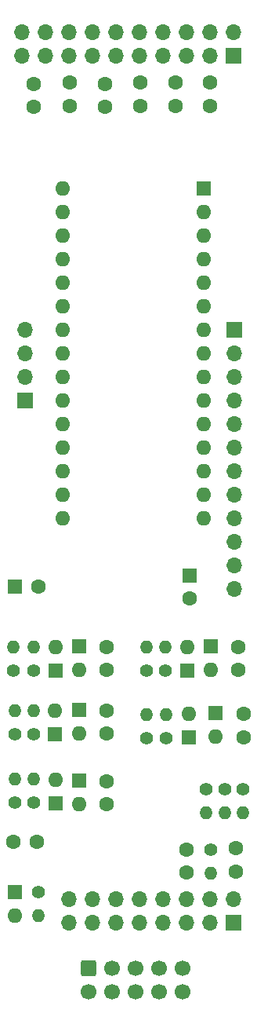
<source format=gbs>
%TF.GenerationSoftware,KiCad,Pcbnew,(6.0.1)*%
%TF.CreationDate,2022-12-01T08:35:41-05:00*%
%TF.ProjectId,ER-PROTO-02-MOZZI-DB,45522d50-524f-4544-9f2d-30322d4d4f5a,1*%
%TF.SameCoordinates,Original*%
%TF.FileFunction,Soldermask,Bot*%
%TF.FilePolarity,Negative*%
%FSLAX46Y46*%
G04 Gerber Fmt 4.6, Leading zero omitted, Abs format (unit mm)*
G04 Created by KiCad (PCBNEW (6.0.1)) date 2022-12-01 08:35:41*
%MOMM*%
%LPD*%
G01*
G04 APERTURE LIST*
G04 Aperture macros list*
%AMRoundRect*
0 Rectangle with rounded corners*
0 $1 Rounding radius*
0 $2 $3 $4 $5 $6 $7 $8 $9 X,Y pos of 4 corners*
0 Add a 4 corners polygon primitive as box body*
4,1,4,$2,$3,$4,$5,$6,$7,$8,$9,$2,$3,0*
0 Add four circle primitives for the rounded corners*
1,1,$1+$1,$2,$3*
1,1,$1+$1,$4,$5*
1,1,$1+$1,$6,$7*
1,1,$1+$1,$8,$9*
0 Add four rect primitives between the rounded corners*
20,1,$1+$1,$2,$3,$4,$5,0*
20,1,$1+$1,$4,$5,$6,$7,0*
20,1,$1+$1,$6,$7,$8,$9,0*
20,1,$1+$1,$8,$9,$2,$3,0*%
G04 Aperture macros list end*
%ADD10R,1.600000X1.600000*%
%ADD11O,1.600000X1.600000*%
%ADD12C,1.600000*%
%ADD13C,1.400000*%
%ADD14O,1.400000X1.400000*%
%ADD15R,1.700000X1.700000*%
%ADD16O,1.700000X1.700000*%
%ADD17RoundRect,0.250000X-0.600000X0.600000X-0.600000X-0.600000X0.600000X-0.600000X0.600000X0.600000X0*%
%ADD18C,1.700000*%
G04 APERTURE END LIST*
D10*
%TO.C,D2*%
X118999000Y-80800686D03*
D11*
X118999000Y-78260686D03*
%TD*%
D10*
%TO.C,D6*%
X119126000Y-88039686D03*
D11*
X119126000Y-85499686D03*
%TD*%
D12*
%TO.C,C1*%
X121412000Y-17419000D03*
X121412000Y-19919000D03*
%TD*%
D13*
%TO.C,R2*%
X114554000Y-80849000D03*
D14*
X114554000Y-78309000D03*
%TD*%
D12*
%TO.C,C13*%
X110236000Y-92729990D03*
X110236000Y-95229990D03*
%TD*%
%TO.C,C14*%
X100223000Y-99314000D03*
X102723000Y-99314000D03*
%TD*%
D13*
%TO.C,R10*%
X123063000Y-93599000D03*
D14*
X123063000Y-96139000D03*
%TD*%
D13*
%TO.C,R3*%
X102362000Y-80849000D03*
D14*
X102362000Y-78309000D03*
%TD*%
D13*
%TO.C,R7*%
X102362000Y-87707000D03*
D14*
X102362000Y-85167000D03*
%TD*%
D12*
%TO.C,C4*%
X110109000Y-17546000D03*
X110109000Y-20046000D03*
%TD*%
D13*
%TO.C,R15*%
X102870000Y-104698013D03*
D14*
X102870000Y-107238013D03*
%TD*%
D10*
%TO.C,D5*%
X122047000Y-85442315D03*
D11*
X122047000Y-87982315D03*
%TD*%
D13*
%TO.C,R13*%
X100330000Y-95096000D03*
D14*
X100330000Y-92556000D03*
%TD*%
D12*
%TO.C,C3*%
X113919000Y-17419000D03*
X113919000Y-19919000D03*
%TD*%
D10*
%TO.C,A1*%
X120766992Y-28829000D03*
D11*
X120766992Y-31369000D03*
X120766992Y-33909000D03*
X120766992Y-36449000D03*
X120766992Y-38989000D03*
X120766992Y-41529000D03*
X120766992Y-44069000D03*
X120766992Y-46609000D03*
X120766992Y-49149000D03*
X120766992Y-51689000D03*
X120766992Y-54229000D03*
X120766992Y-56769000D03*
X120766992Y-59309000D03*
X120766992Y-61849000D03*
X120766992Y-64389000D03*
X105526992Y-64389000D03*
X105526992Y-61849000D03*
X105526992Y-59309000D03*
X105526992Y-56769000D03*
X105526992Y-54229000D03*
X105526992Y-51689000D03*
X105526992Y-49149000D03*
X105526992Y-46609000D03*
X105526992Y-44069000D03*
X105526992Y-41529000D03*
X105526992Y-38989000D03*
X105526992Y-36449000D03*
X105526992Y-33909000D03*
X105526992Y-31369000D03*
X105526992Y-28829000D03*
%TD*%
D13*
%TO.C,R4*%
X100203000Y-80849000D03*
D14*
X100203000Y-78309000D03*
%TD*%
D10*
%TO.C,D9*%
X107315000Y-92681315D03*
D11*
X107315000Y-95221315D03*
%TD*%
D13*
%TO.C,R14*%
X121539000Y-100126000D03*
D14*
X121539000Y-102666000D03*
%TD*%
D12*
%TO.C,C15*%
X124206000Y-102469010D03*
X124206000Y-99969010D03*
%TD*%
%TO.C,C10*%
X110236000Y-78252000D03*
X110236000Y-80752000D03*
%TD*%
D10*
%TO.C,D7*%
X107315000Y-85061315D03*
D11*
X107315000Y-87601315D03*
%TD*%
D13*
%TO.C,R6*%
X114554000Y-88088000D03*
D14*
X114554000Y-85548000D03*
%TD*%
D15*
%TO.C,J1*%
X101473000Y-51689000D03*
D16*
X101473000Y-49149000D03*
X101473000Y-46609000D03*
X101473000Y-44069000D03*
%TD*%
D12*
%TO.C,C11*%
X125095000Y-85491000D03*
X125095000Y-87991000D03*
%TD*%
D13*
%TO.C,R12*%
X102362000Y-95073000D03*
D14*
X102362000Y-92533000D03*
%TD*%
D10*
%TO.C,D1*%
X121539000Y-78203315D03*
D11*
X121539000Y-80743315D03*
%TD*%
D12*
%TO.C,C12*%
X110236000Y-85110000D03*
X110236000Y-87610000D03*
%TD*%
D10*
%TO.C,C7*%
X119253000Y-70549888D03*
D12*
X119253000Y-73049888D03*
%TD*%
D13*
%TO.C,R8*%
X100330000Y-87707000D03*
D14*
X100330000Y-85167000D03*
%TD*%
D17*
%TO.C,J9*%
X108331000Y-112912500D03*
D18*
X108331000Y-115452500D03*
X110871000Y-112912500D03*
X110871000Y-115452500D03*
X113411000Y-112912500D03*
X113411000Y-115452500D03*
X115951000Y-112912500D03*
X115951000Y-115452500D03*
X118491000Y-112912500D03*
X118491000Y-115452500D03*
%TD*%
D10*
%TO.C,D11*%
X100330000Y-104746315D03*
D11*
X100330000Y-107286315D03*
%TD*%
D10*
%TO.C,D10*%
X104775000Y-95151686D03*
D11*
X104775000Y-92611686D03*
%TD*%
D12*
%TO.C,C16*%
X118872000Y-100096000D03*
X118872000Y-102596000D03*
%TD*%
%TO.C,C2*%
X117729000Y-17419000D03*
X117729000Y-19919000D03*
%TD*%
D15*
%TO.C,J10*%
X124079000Y-44069000D03*
D16*
X124079000Y-46609000D03*
X124079000Y-49149000D03*
X124079000Y-51689000D03*
X124079000Y-54229000D03*
X124079000Y-56769000D03*
X124079000Y-59309000D03*
X124079000Y-61849000D03*
X124079000Y-64389000D03*
X124079000Y-66929000D03*
X124079000Y-69469000D03*
X124079000Y-72009000D03*
%TD*%
D12*
%TO.C,C6*%
X102362000Y-17546000D03*
X102362000Y-20046000D03*
%TD*%
%TO.C,C5*%
X106299000Y-17419000D03*
X106299000Y-19919000D03*
%TD*%
D10*
%TO.C,C8*%
X100394888Y-71755000D03*
D12*
X102894888Y-71755000D03*
%TD*%
D13*
%TO.C,R5*%
X116713000Y-88088000D03*
D14*
X116713000Y-85548000D03*
%TD*%
D10*
%TO.C,D4*%
X104775000Y-80800686D03*
D11*
X104775000Y-78260686D03*
%TD*%
D10*
%TO.C,D8*%
X104648000Y-87658686D03*
D11*
X104648000Y-85118686D03*
%TD*%
D15*
%TO.C,J8*%
X124000006Y-14499999D03*
D16*
X124000006Y-11959999D03*
X121460006Y-14499999D03*
X121460006Y-11959999D03*
X118920006Y-14499999D03*
X118920006Y-11959999D03*
X116380006Y-14499999D03*
X116380006Y-11959999D03*
X113840006Y-14499999D03*
X113840006Y-11959999D03*
X111300006Y-14499999D03*
X111300006Y-11959999D03*
X108760006Y-14499999D03*
X108760006Y-11959999D03*
X106220006Y-14499999D03*
X106220006Y-11959999D03*
X103680006Y-14499999D03*
X103680006Y-11959999D03*
X101140006Y-14499999D03*
X101140006Y-11959999D03*
%TD*%
D15*
%TO.C,J7*%
X124000006Y-108000013D03*
D16*
X124000006Y-105460013D03*
X121460006Y-108000013D03*
X121460006Y-105460013D03*
X118920006Y-108000013D03*
X118920006Y-105460013D03*
X116380006Y-108000013D03*
X116380006Y-105460013D03*
X113840006Y-108000013D03*
X113840006Y-105460013D03*
X111300006Y-108000013D03*
X111300006Y-105460013D03*
X108760006Y-108000013D03*
X108760006Y-105460013D03*
X106220006Y-108000013D03*
X106220006Y-105460013D03*
%TD*%
D10*
%TO.C,D3*%
X107315000Y-78203315D03*
D11*
X107315000Y-80743315D03*
%TD*%
D13*
%TO.C,R1*%
X116586000Y-80849000D03*
D14*
X116586000Y-78309000D03*
%TD*%
D13*
%TO.C,R9*%
X124968000Y-93599000D03*
D14*
X124968000Y-96139000D03*
%TD*%
D12*
%TO.C,C9*%
X124460000Y-78252000D03*
X124460000Y-80752000D03*
%TD*%
D13*
%TO.C,R11*%
X121031000Y-93599000D03*
D14*
X121031000Y-96139000D03*
%TD*%
M02*

</source>
